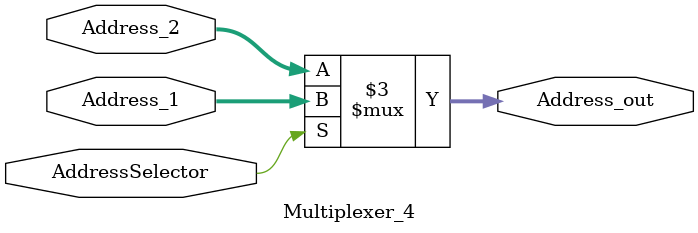
<source format=sv>
module Multiplexer_4 (
  input logic AddressSelector,
  input logic [31:0] Address_1,
  input logic [31:0] Address_2,
  output logic [31:0] Address_out
);
  
  always @(*)
		if (AddressSelector) Address_out <= Address_1;
		else 		  Address_out <= Address_2;

endmodule
</source>
